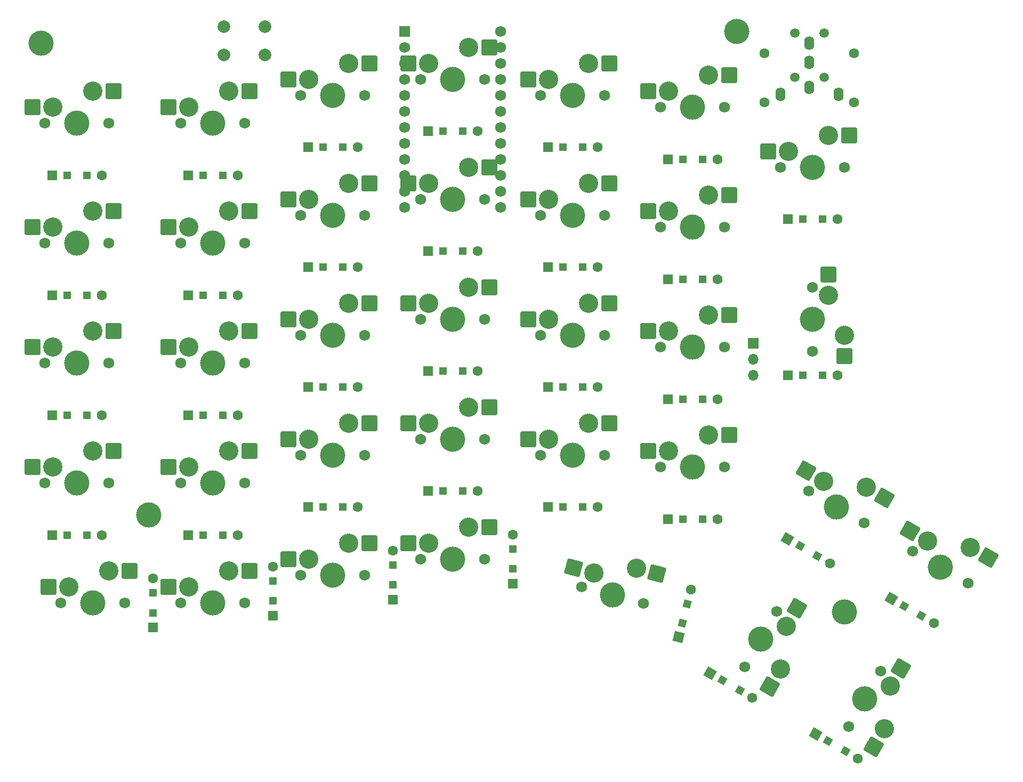
<source format=gbs>
G04 #@! TF.GenerationSoftware,KiCad,Pcbnew,7.0.8*
G04 #@! TF.CreationDate,2023-11-23T13:30:25+08:00*
G04 #@! TF.ProjectId,redox_rev1_hs,7265646f-785f-4726-9576-315f68732e6b,1.0*
G04 #@! TF.SameCoordinates,Original*
G04 #@! TF.FileFunction,Soldermask,Bot*
G04 #@! TF.FilePolarity,Negative*
%FSLAX46Y46*%
G04 Gerber Fmt 4.6, Leading zero omitted, Abs format (unit mm)*
G04 Created by KiCad (PCBNEW 7.0.8) date 2023-11-23 13:30:25*
%MOMM*%
%LPD*%
G01*
G04 APERTURE LIST*
G04 Aperture macros list*
%AMRoundRect*
0 Rectangle with rounded corners*
0 $1 Rounding radius*
0 $2 $3 $4 $5 $6 $7 $8 $9 X,Y pos of 4 corners*
0 Add a 4 corners polygon primitive as box body*
4,1,4,$2,$3,$4,$5,$6,$7,$8,$9,$2,$3,0*
0 Add four circle primitives for the rounded corners*
1,1,$1+$1,$2,$3*
1,1,$1+$1,$4,$5*
1,1,$1+$1,$6,$7*
1,1,$1+$1,$8,$9*
0 Add four rect primitives between the rounded corners*
20,1,$1+$1,$2,$3,$4,$5,0*
20,1,$1+$1,$4,$5,$6,$7,0*
20,1,$1+$1,$6,$7,$8,$9,0*
20,1,$1+$1,$8,$9,$2,$3,0*%
%AMRotRect*
0 Rectangle, with rotation*
0 The origin of the aperture is its center*
0 $1 length*
0 $2 width*
0 $3 Rotation angle, in degrees counterclockwise*
0 Add horizontal line*
21,1,$1,$2,0,0,$3*%
G04 Aperture macros list end*
%ADD10R,1.200000X1.200000*%
%ADD11R,1.600000X1.600000*%
%ADD12C,1.600000*%
%ADD13RotRect,1.200000X1.200000X150.000000*%
%ADD14RotRect,1.600000X1.600000X150.000000*%
%ADD15RotRect,1.200000X1.200000X255.000000*%
%ADD16RotRect,1.600000X1.600000X255.000000*%
%ADD17C,1.750000*%
%ADD18C,3.050000*%
%ADD19C,4.000000*%
%ADD20RoundRect,0.250000X-1.025000X-1.000000X1.025000X-1.000000X1.025000X1.000000X-1.025000X1.000000X0*%
%ADD21RoundRect,0.250000X-1.000000X1.025000X-1.000000X-1.025000X1.000000X-1.025000X1.000000X1.025000X0*%
%ADD22RoundRect,0.250000X-1.387676X-0.353525X0.387676X-1.378525X1.387676X0.353525X-0.387676X1.378525X0*%
%ADD23RoundRect,0.250000X-1.248893X-0.700636X0.731255X-1.231215X1.248893X0.700636X-0.731255X1.231215X0*%
%ADD24RoundRect,0.250000X-0.353525X1.387676X-1.378525X-0.387676X0.353525X-1.387676X1.378525X0.387676X0*%
%ADD25R,1.700000X1.700000*%
%ADD26O,1.700000X1.700000*%
%ADD27C,2.000000*%
%ADD28C,1.500000*%
%ADD29O,1.600000X2.200000*%
%ADD30R,1.752600X1.752600*%
%ADD31C,1.752600*%
G04 APERTURE END LIST*
D10*
X89865000Y-74930000D03*
D11*
X87540000Y-74930000D03*
D12*
X95340000Y-74930000D03*
D10*
X93015000Y-74930000D03*
X111455000Y-74930000D03*
D11*
X109130000Y-74930000D03*
D12*
X116930000Y-74930000D03*
D10*
X114605000Y-74930000D03*
X130505000Y-70485000D03*
D11*
X128180000Y-70485000D03*
D12*
X135980000Y-70485000D03*
D10*
X133655000Y-70485000D03*
X149555000Y-67945000D03*
D11*
X147230000Y-67945000D03*
D12*
X155030000Y-67945000D03*
D10*
X152705000Y-67945000D03*
X168605000Y-70485000D03*
D11*
X166280000Y-70485000D03*
D12*
X174080000Y-70485000D03*
D10*
X171755000Y-70485000D03*
X187655000Y-72390000D03*
D11*
X185330000Y-72390000D03*
D12*
X193130000Y-72390000D03*
D10*
X190805000Y-72390000D03*
X206705000Y-81915000D03*
D11*
X204380000Y-81915000D03*
D12*
X212180000Y-81915000D03*
D10*
X209855000Y-81915000D03*
X89865000Y-93980000D03*
D11*
X87540000Y-93980000D03*
D12*
X95340000Y-93980000D03*
D10*
X93015000Y-93980000D03*
X111455000Y-93980000D03*
D11*
X109130000Y-93980000D03*
D12*
X116930000Y-93980000D03*
D10*
X114605000Y-93980000D03*
X130505000Y-89535000D03*
D11*
X128180000Y-89535000D03*
D12*
X135980000Y-89535000D03*
D10*
X133655000Y-89535000D03*
X149555000Y-86995000D03*
D11*
X147230000Y-86995000D03*
D12*
X155030000Y-86995000D03*
D10*
X152705000Y-86995000D03*
X168605000Y-89535000D03*
D11*
X166280000Y-89535000D03*
D12*
X174080000Y-89535000D03*
D10*
X171755000Y-89535000D03*
X187655000Y-91440000D03*
D11*
X185330000Y-91440000D03*
D12*
X193130000Y-91440000D03*
D10*
X190805000Y-91440000D03*
X206705000Y-106680000D03*
D11*
X204380000Y-106680000D03*
D12*
X212180000Y-106680000D03*
D10*
X209855000Y-106680000D03*
X89865000Y-113030000D03*
D11*
X87540000Y-113030000D03*
D12*
X95340000Y-113030000D03*
D10*
X93015000Y-113030000D03*
X111455000Y-113030000D03*
D11*
X109130000Y-113030000D03*
D12*
X116930000Y-113030000D03*
D10*
X114605000Y-113030000D03*
X130505000Y-108585000D03*
D11*
X128180000Y-108585000D03*
D12*
X135980000Y-108585000D03*
D10*
X133655000Y-108585000D03*
X149555000Y-106045000D03*
D11*
X147230000Y-106045000D03*
D12*
X155030000Y-106045000D03*
D10*
X152705000Y-106045000D03*
X168605000Y-108585000D03*
D11*
X166280000Y-108585000D03*
D12*
X174080000Y-108585000D03*
D10*
X171755000Y-108585000D03*
X187655000Y-110490000D03*
D11*
X185330000Y-110490000D03*
D12*
X193130000Y-110490000D03*
D10*
X190805000Y-110490000D03*
D13*
X206281010Y-133832500D03*
D14*
X204267501Y-132670000D03*
D12*
X211022499Y-136570000D03*
D13*
X209008990Y-135407500D03*
D10*
X89865000Y-132080000D03*
D11*
X87540000Y-132080000D03*
D12*
X95340000Y-132080000D03*
D10*
X93015000Y-132080000D03*
X111455000Y-132080000D03*
D11*
X109130000Y-132080000D03*
D12*
X116930000Y-132080000D03*
D10*
X114605000Y-132080000D03*
X130505000Y-127635000D03*
D11*
X128180000Y-127635000D03*
D12*
X135980000Y-127635000D03*
D10*
X133655000Y-127635000D03*
X149555000Y-125095000D03*
D11*
X147230000Y-125095000D03*
D12*
X155030000Y-125095000D03*
D10*
X152705000Y-125095000D03*
X168605000Y-127635000D03*
D11*
X166280000Y-127635000D03*
D12*
X174080000Y-127635000D03*
D10*
X171755000Y-127635000D03*
X187655000Y-129540000D03*
D11*
X185330000Y-129540000D03*
D12*
X193130000Y-129540000D03*
D10*
X190805000Y-129540000D03*
D13*
X222791010Y-143357500D03*
D14*
X220777501Y-142195000D03*
D12*
X227532499Y-146095000D03*
D13*
X225518990Y-144932500D03*
D10*
X103505000Y-144450000D03*
D11*
X103505000Y-146775000D03*
D12*
X103505000Y-138975000D03*
D10*
X103505000Y-141300000D03*
X122555000Y-142545000D03*
D11*
X122555000Y-144870000D03*
D12*
X122555000Y-137070000D03*
D10*
X122555000Y-139395000D03*
X141605000Y-140005000D03*
D11*
X141605000Y-142330000D03*
D12*
X141605000Y-134530000D03*
D10*
X141605000Y-136855000D03*
X160655000Y-137465000D03*
D11*
X160655000Y-139790000D03*
D12*
X160655000Y-131990000D03*
D10*
X160655000Y-134315000D03*
D15*
X187552360Y-146047333D03*
D16*
X186950606Y-148293111D03*
D12*
X188969394Y-140758889D03*
D15*
X188367640Y-143004667D03*
D13*
X193962010Y-155168500D03*
D14*
X191948501Y-154006000D03*
D12*
X198703499Y-157906000D03*
D13*
X196689990Y-156743500D03*
X210726010Y-164820500D03*
D14*
X208712501Y-163658000D03*
D12*
X215467499Y-167558000D03*
D13*
X213453990Y-166395500D03*
D17*
X86360000Y-66675000D03*
D18*
X87630000Y-64135000D03*
D19*
X91440000Y-66675000D03*
D18*
X93980000Y-61595000D03*
D17*
X96520000Y-66675000D03*
D20*
X84355000Y-64135000D03*
X97282000Y-61595000D03*
D17*
X107950000Y-66675000D03*
D18*
X109220000Y-64135000D03*
D19*
X113030000Y-66675000D03*
D18*
X115570000Y-61595000D03*
D17*
X118110000Y-66675000D03*
D20*
X105945000Y-64135000D03*
X118872000Y-61595000D03*
D17*
X127000000Y-62230000D03*
D18*
X128270000Y-59690000D03*
D19*
X132080000Y-62230000D03*
D18*
X134620000Y-57150000D03*
D17*
X137160000Y-62230000D03*
D20*
X124995000Y-59690000D03*
X137922000Y-57150000D03*
D17*
X146050000Y-59690000D03*
D18*
X147320000Y-57150000D03*
D19*
X151130000Y-59690000D03*
D18*
X153670000Y-54610000D03*
D17*
X156210000Y-59690000D03*
D20*
X144045000Y-57150000D03*
X156972000Y-54610000D03*
D17*
X165100000Y-62230000D03*
D18*
X166370000Y-59690000D03*
D19*
X170180000Y-62230000D03*
D18*
X172720000Y-57150000D03*
D17*
X175260000Y-62230000D03*
D20*
X163095000Y-59690000D03*
X176022000Y-57150000D03*
D17*
X184150000Y-64135000D03*
D18*
X185420000Y-61595000D03*
D19*
X189230000Y-64135000D03*
D18*
X191770000Y-59055000D03*
D17*
X194310000Y-64135000D03*
D20*
X182145000Y-61595000D03*
X195072000Y-59055000D03*
D17*
X203200000Y-73660000D03*
D18*
X204470000Y-71120000D03*
D19*
X208280000Y-73660000D03*
D18*
X210820000Y-68580000D03*
D17*
X213360000Y-73660000D03*
D20*
X201195000Y-71120000D03*
X214122000Y-68580000D03*
D17*
X86360000Y-85725000D03*
D18*
X87630000Y-83185000D03*
D19*
X91440000Y-85725000D03*
D18*
X93980000Y-80645000D03*
D17*
X96520000Y-85725000D03*
D20*
X84355000Y-83185000D03*
X97282000Y-80645000D03*
D17*
X107950000Y-85725000D03*
D18*
X109220000Y-83185000D03*
D19*
X113030000Y-85725000D03*
D18*
X115570000Y-80645000D03*
D17*
X118110000Y-85725000D03*
D20*
X105945000Y-83185000D03*
X118872000Y-80645000D03*
D17*
X127000000Y-81280000D03*
D18*
X128270000Y-78740000D03*
D19*
X132080000Y-81280000D03*
D18*
X134620000Y-76200000D03*
D17*
X137160000Y-81280000D03*
D20*
X124995000Y-78740000D03*
X137922000Y-76200000D03*
D17*
X146050000Y-78740000D03*
D18*
X147320000Y-76200000D03*
D19*
X151130000Y-78740000D03*
D18*
X153670000Y-73660000D03*
D17*
X156210000Y-78740000D03*
D20*
X144045000Y-76200000D03*
X156972000Y-73660000D03*
D17*
X165100000Y-81280000D03*
D18*
X166370000Y-78740000D03*
D19*
X170180000Y-81280000D03*
D18*
X172720000Y-76200000D03*
D17*
X175260000Y-81280000D03*
D20*
X163095000Y-78740000D03*
X176022000Y-76200000D03*
D17*
X184150000Y-83185000D03*
D18*
X185420000Y-80645000D03*
D19*
X189230000Y-83185000D03*
D18*
X191770000Y-78105000D03*
D17*
X194310000Y-83185000D03*
D20*
X182145000Y-80645000D03*
X195072000Y-78105000D03*
D17*
X208280000Y-92710000D03*
D18*
X210820000Y-93980000D03*
D19*
X208280000Y-97790000D03*
D18*
X213360000Y-100330000D03*
D17*
X208280000Y-102870000D03*
D21*
X210820000Y-90705000D03*
X213360000Y-103632000D03*
D17*
X86360000Y-104775000D03*
D18*
X87630000Y-102235000D03*
D19*
X91440000Y-104775000D03*
D18*
X93980000Y-99695000D03*
D17*
X96520000Y-104775000D03*
D20*
X84355000Y-102235000D03*
X97282000Y-99695000D03*
D17*
X107950000Y-104775000D03*
D18*
X109220000Y-102235000D03*
D19*
X113030000Y-104775000D03*
D18*
X115570000Y-99695000D03*
D17*
X118110000Y-104775000D03*
D20*
X105945000Y-102235000D03*
X118872000Y-99695000D03*
D17*
X127000000Y-100330000D03*
D18*
X128270000Y-97790000D03*
D19*
X132080000Y-100330000D03*
D18*
X134620000Y-95250000D03*
D17*
X137160000Y-100330000D03*
D20*
X124995000Y-97790000D03*
X137922000Y-95250000D03*
D17*
X146050000Y-97790000D03*
D18*
X147320000Y-95250000D03*
D19*
X151130000Y-97790000D03*
D18*
X153670000Y-92710000D03*
D17*
X156210000Y-97790000D03*
D20*
X144045000Y-95250000D03*
X156972000Y-92710000D03*
D17*
X165100000Y-100330000D03*
D18*
X166370000Y-97790000D03*
D19*
X170180000Y-100330000D03*
D18*
X172720000Y-95250000D03*
D17*
X175260000Y-100330000D03*
D20*
X163095000Y-97790000D03*
X176022000Y-95250000D03*
D17*
X184150000Y-102235000D03*
D18*
X185420000Y-99695000D03*
D19*
X189230000Y-102235000D03*
D18*
X191770000Y-97155000D03*
D17*
X194310000Y-102235000D03*
D20*
X182145000Y-99695000D03*
X195072000Y-97155000D03*
D17*
X207690591Y-125095000D03*
D18*
X210060443Y-123530295D03*
D19*
X212090000Y-127635000D03*
D18*
X216829705Y-124505591D03*
D17*
X216489409Y-130175000D03*
D22*
X207224210Y-121892795D03*
X219689320Y-126156591D03*
D17*
X86360000Y-123825000D03*
D18*
X87630000Y-121285000D03*
D19*
X91440000Y-123825000D03*
D18*
X93980000Y-118745000D03*
D17*
X96520000Y-123825000D03*
D20*
X84355000Y-121285000D03*
X97282000Y-118745000D03*
D17*
X107950000Y-123825000D03*
D18*
X109220000Y-121285000D03*
D19*
X113030000Y-123825000D03*
D18*
X115570000Y-118745000D03*
D17*
X118110000Y-123825000D03*
D20*
X105945000Y-121285000D03*
X118872000Y-118745000D03*
D17*
X127000000Y-119380000D03*
D18*
X128270000Y-116840000D03*
D19*
X132080000Y-119380000D03*
D18*
X134620000Y-114300000D03*
D17*
X137160000Y-119380000D03*
D20*
X124995000Y-116840000D03*
X137922000Y-114300000D03*
D17*
X146050000Y-116840000D03*
D18*
X147320000Y-114300000D03*
D19*
X151130000Y-116840000D03*
D18*
X153670000Y-111760000D03*
D17*
X156210000Y-116840000D03*
D20*
X144045000Y-114300000D03*
X156972000Y-111760000D03*
D17*
X165100000Y-119380000D03*
D18*
X166370000Y-116840000D03*
D19*
X170180000Y-119380000D03*
D18*
X172720000Y-114300000D03*
D17*
X175260000Y-119380000D03*
D20*
X163095000Y-116840000D03*
X176022000Y-114300000D03*
D17*
X184150000Y-121285000D03*
D18*
X185420000Y-118745000D03*
D19*
X189230000Y-121285000D03*
D18*
X191770000Y-116205000D03*
D17*
X194310000Y-121285000D03*
D20*
X182145000Y-118745000D03*
X195072000Y-116205000D03*
D17*
X224200591Y-134620000D03*
D18*
X226570443Y-133055295D03*
D19*
X228600000Y-137160000D03*
D18*
X233339705Y-134030591D03*
D17*
X232999409Y-139700000D03*
D22*
X223734210Y-131417795D03*
X236199320Y-135681591D03*
D17*
X88900000Y-142875000D03*
D18*
X90170000Y-140335000D03*
D19*
X93980000Y-142875000D03*
D18*
X96520000Y-137795000D03*
D17*
X99060000Y-142875000D03*
D20*
X86895000Y-140335000D03*
X99822000Y-137795000D03*
D17*
X107950000Y-142875000D03*
D18*
X109220000Y-140335000D03*
D19*
X113030000Y-142875000D03*
D18*
X115570000Y-137795000D03*
D17*
X118110000Y-142875000D03*
D20*
X105945000Y-140335000D03*
X118872000Y-137795000D03*
D17*
X127000000Y-138430000D03*
D18*
X128270000Y-135890000D03*
D19*
X132080000Y-138430000D03*
D18*
X134620000Y-133350000D03*
D17*
X137160000Y-138430000D03*
D20*
X124995000Y-135890000D03*
X137922000Y-133350000D03*
D17*
X146050000Y-135890000D03*
D18*
X147320000Y-133350000D03*
D19*
X151130000Y-135890000D03*
D18*
X153670000Y-130810000D03*
D17*
X156210000Y-135890000D03*
D20*
X144045000Y-133350000D03*
X156972000Y-130810000D03*
D17*
X171623097Y-140290199D03*
D18*
X173507223Y-138165448D03*
D19*
X176530000Y-141605000D03*
D18*
X180298252Y-137355497D03*
D17*
X181436903Y-142919801D03*
D23*
X170343816Y-137317815D03*
X183487739Y-138210118D03*
D17*
X202565000Y-144190591D03*
D18*
X204129705Y-146560443D03*
D19*
X200025000Y-148590000D03*
D18*
X203154409Y-153329705D03*
D17*
X197485000Y-152989409D03*
D24*
X205767205Y-143724210D03*
X201503409Y-156189320D03*
D17*
X219075000Y-153715591D03*
D18*
X220639705Y-156085443D03*
D19*
X216535000Y-158115000D03*
D18*
X219664409Y-162854705D03*
D17*
X213995000Y-162514409D03*
D24*
X222277205Y-153249210D03*
X218013409Y-165714320D03*
D12*
X200660000Y-55536000D03*
X200660000Y-63336000D03*
X214884000Y-55536000D03*
X214884000Y-63336000D03*
D25*
X198882000Y-101600000D03*
D26*
X198882000Y-104140000D03*
X198882000Y-106680000D03*
D27*
X114808000Y-51308000D03*
X121308000Y-51308000D03*
X114808000Y-55808000D03*
X121308000Y-55808000D03*
D28*
X205472000Y-52400000D03*
X205472000Y-59400000D03*
X210072000Y-52400000D03*
X210072000Y-59400000D03*
D29*
X203172000Y-62100000D03*
X212372000Y-62100000D03*
X207772000Y-61000000D03*
X207772000Y-57000000D03*
X207772000Y-54000000D03*
D30*
X143510000Y-52070000D03*
D31*
X143510000Y-54610000D03*
X143510000Y-57150000D03*
X143510000Y-59690000D03*
X143510000Y-62230000D03*
X143510000Y-64770000D03*
X143510000Y-67310000D03*
X143510000Y-69850000D03*
X143510000Y-72390000D03*
X143510000Y-74930000D03*
X143510000Y-77470000D03*
X143510000Y-80010000D03*
X158750000Y-80010000D03*
X158750000Y-77470000D03*
X158750000Y-74930000D03*
X158750000Y-72390000D03*
X158750000Y-69850000D03*
X158750000Y-67310000D03*
X158750000Y-64770000D03*
X158750000Y-62230000D03*
X158750000Y-59690000D03*
X158750000Y-57150000D03*
X158750000Y-54610000D03*
X158750000Y-52070000D03*
D19*
X213360000Y-144272000D03*
X85725000Y-53975000D03*
X102870000Y-128905000D03*
X196215000Y-52070000D03*
M02*

</source>
